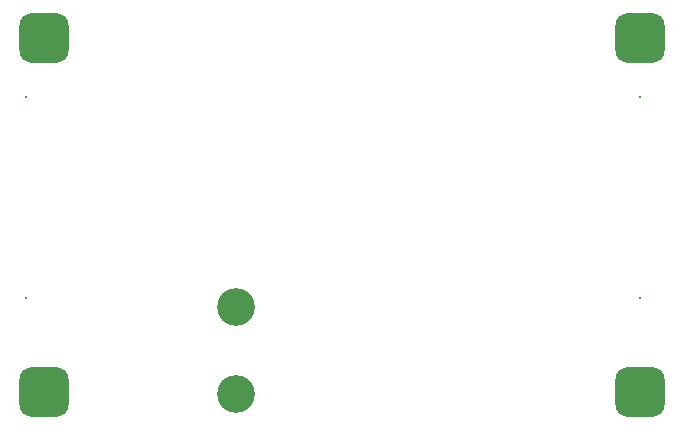
<source format=gbs>
G04*
G04 #@! TF.GenerationSoftware,Altium Limited,Altium Designer,21.3.2 (30)*
G04*
G04 Layer_Color=16711935*
%FSLAX25Y25*%
%MOIN*%
G70*
G04*
G04 #@! TF.SameCoordinates,64965459-EBE9-4D70-8907-B4BF54ABD007*
G04*
G04*
G04 #@! TF.FilePolarity,Negative*
G04*
G01*
G75*
%ADD29C,0.12611*%
G04:AMPARAMS|DCode=30|XSize=165.48mil|YSize=165.48mil|CornerRadius=43.37mil|HoleSize=0mil|Usage=FLASHONLY|Rotation=0.000|XOffset=0mil|YOffset=0mil|HoleType=Round|Shape=RoundedRectangle|*
%AMROUNDEDRECTD30*
21,1,0.16548,0.07874,0,0,0.0*
21,1,0.07874,0.16548,0,0,0.0*
1,1,0.08674,0.03937,-0.03937*
1,1,0.08674,-0.03937,-0.03937*
1,1,0.08674,-0.03937,0.03937*
1,1,0.08674,0.03937,0.03937*
%
%ADD30ROUNDEDRECTD30*%
%ADD31R,0.00800X0.00800*%
D29*
X351378Y282913D02*
D03*
Y312008D02*
D03*
D30*
X486221Y283465D02*
D03*
Y401575D02*
D03*
X287402D02*
D03*
Y283465D02*
D03*
D31*
X486221Y381890D02*
D03*
Y314961D02*
D03*
X281496Y381890D02*
D03*
Y314961D02*
D03*
M02*

</source>
